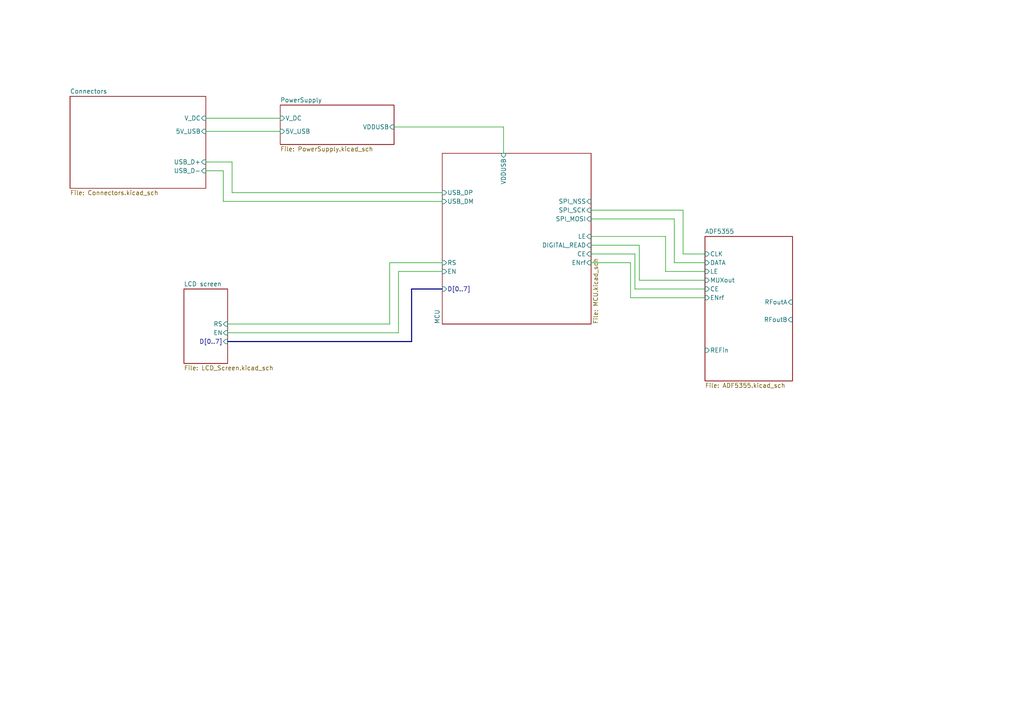
<source format=kicad_sch>
(kicad_sch (version 20230121) (generator eeschema)
  (paper "A4")
  (lib_symbols)
  (wire (pts (xy 66.04 96.52) (xy 115.57 96.52)))
  (wire (pts (xy 193.04 78.74) (xy 204.47 78.74)))
  (wire (pts (xy 59.69 49.53) (xy 64.77 49.53)))
  (wire (pts (xy 185.42 81.28) (xy 204.47 81.28)))
  (wire (pts (xy 115.57 78.74) (xy 115.57 96.52)))
  (wire (pts (xy 182.88 76.2) (xy 182.88 86.36)))
  (wire (pts (xy 64.77 49.53) (xy 64.77 58.42)))
  (wire (pts (xy 66.04 93.98) (xy 113.03 93.98)))
  (wire (pts (xy 195.58 63.5) (xy 195.58 76.2)))
  (wire (pts (xy 64.77 58.42) (xy 128.27 58.42)))
  (wire (pts (xy 184.15 73.66) (xy 184.15 83.82)))
  (wire (pts (xy 114.3 36.83) (xy 146.05 36.83)))
  (wire (pts (xy 185.42 71.12) (xy 185.42 81.28)))
  (wire (pts (xy 67.31 55.88) (xy 128.27 55.88)))
  (wire (pts (xy 171.45 73.66) (xy 184.15 73.66)))
  (wire (pts (xy 171.45 71.12) (xy 185.42 71.12)))
  (wire (pts (xy 184.15 83.82) (xy 204.47 83.82)))
  (wire (pts (xy 59.69 46.99) (xy 67.31 46.99)))
  (wire (pts (xy 171.45 76.2) (xy 182.88 76.2)))
  (wire (pts (xy 113.03 76.2) (xy 113.03 93.98)))
  (wire (pts (xy 198.12 73.66) (xy 198.12 60.96)))
  (bus (pts (xy 119.38 83.82) (xy 119.38 99.06)))
  (wire (pts (xy 171.45 68.58) (xy 193.04 68.58)))
  (wire (pts (xy 128.27 78.74) (xy 115.57 78.74)))
  (wire (pts (xy 182.88 86.36) (xy 204.47 86.36)))
  (wire (pts (xy 59.69 34.29) (xy 81.28 34.29)))
  (wire (pts (xy 59.69 38.1) (xy 81.28 38.1)))
  (wire (pts (xy 171.45 63.5) (xy 195.58 63.5)))
  (wire (pts (xy 195.58 76.2) (xy 204.47 76.2)))
  (wire (pts (xy 128.27 76.2) (xy 113.03 76.2)))
  (wire (pts (xy 198.12 73.66) (xy 204.47 73.66)))
  (bus (pts (xy 128.27 83.82) (xy 119.38 83.82)))
  (wire (pts (xy 193.04 68.58) (xy 193.04 78.74)))
  (bus (pts (xy 66.04 99.06) (xy 119.38 99.06)))
  (wire (pts (xy 171.45 60.96) (xy 198.12 60.96)))
  (wire (pts (xy 146.05 36.83) (xy 146.05 44.45)))
  (wire (pts (xy 67.31 46.99) (xy 67.31 55.88)))
  (sheet (at 81.28 30.48) (size 33.02 11.43)
    (property "Sheetname" "PowerSupply" (at 81.28 29.7684 0) (effects (justify left bottom)))
    (property "Sheetfile" "PowerSupply.kicad_sch" (at 81.28 42.4946 0) (effects (justify left top)))
    (pin "V_DC" input (at 81.28 34.29 180))
    (pin "5V_USB" input (at 81.28 38.1 180))
    (pin "VDDUSB" input (at 114.3 36.83 0))
  )
  (sheet (at 128.27 44.45) (size 43.18 49.53) (stroke (width 0.1524))
    (property "Sheetname" "MCU" (at 127.5584 93.98 90) (effects (justify left bottom)))
    (property "Sheetfile" "MCU.kicad_sch" (at 172.0346 93.98 90) (effects (justify left top)))
    (pin "VDDUSB" input (at 146.05 44.45 90))
    (pin "D[0..7]" input (at 128.27 83.82 180))
    (pin "SPI_NSS" input (at 171.45 58.42 0))
    (pin "SPI_SCK" input (at 171.45 60.96 0))
    (pin "SPI_MOSI" input (at 171.45 63.5 0))
    (pin "USB_DM" input (at 128.27 58.42 180))
    (pin "USB_DP" input (at 128.27 55.88 180))
    (pin "RS" input (at 128.27 76.2 180))
    (pin "EN" input (at 128.27 78.74 180))
    (pin "DIGITAL_READ" input (at 171.45 71.12 0))
    (pin "LE" input (at 171.45 68.58 0))
    (pin "CE" input (at 171.45 73.66 0))
    (pin "ENrf" input (at 171.45 76.2 0))
  )
  (sheet (at 20.32 27.94) (size 39.37 26.67) (stroke (width 0.1524))
    (property "Sheetname" "Connectors" (at 20.32 27.2284 0) (effects (justify left bottom)))
    (property "Sheetfile" "Connectors.kicad_sch" (at 20.32 55.1946 0) (effects (justify left top)))
    (pin "V_DC" input (at 59.69 34.29 0))
    (pin "USB_D-" input (at 59.69 49.53 0))
    (pin "USB_D+" input (at 59.69 46.99 0))
    (pin "5V_USB" input (at 59.69 38.1 0))
  )
  (sheet (at 204.47 68.58) (size 25.4 41.91) (stroke (width 0.1524))
    (property "Sheetname" "ADF5355" (at 204.47 67.8684 0) (effects (justify left bottom)))
    (property "Sheetfile" "ADF5355.kicad_sch" (at 204.47 111.0746 0) (effects (justify left top)))
    (pin "ENrf" input (at 204.47 86.36 180))
    (pin "CE" input (at 204.47 83.82 180))
    (pin "MUXout" input (at 204.47 81.28 180))
    (pin "LE" input (at 204.47 78.74 180))
    (pin "DATA" input (at 204.47 76.2 180))
    (pin "CLK" input (at 204.47 73.66 180))
    (pin "REFin" input (at 204.47 101.6 180))
    (pin "RFoutB" input (at 229.87 92.71 0))
    (pin "RFoutA" input (at 229.87 87.63 0))
  )
  (sheet (at 53.34 83.82) (size 12.7 21.59) (stroke (width 0.1524))
    (property "Sheetname" "LCD screen" (at 53.34 83.1084 0) (effects (justify left bottom)))
    (property "Sheetfile" "LCD_Screen.kicad_sch" (at 53.34 105.9946 0) (effects (justify left top)))
    (pin "EN" input (at 66.04 96.52 0))
    (pin "RS" input (at 66.04 93.98 0))
    (pin "D[0..7]" input (at 66.04 99.06 0))
  )
)
</source>
